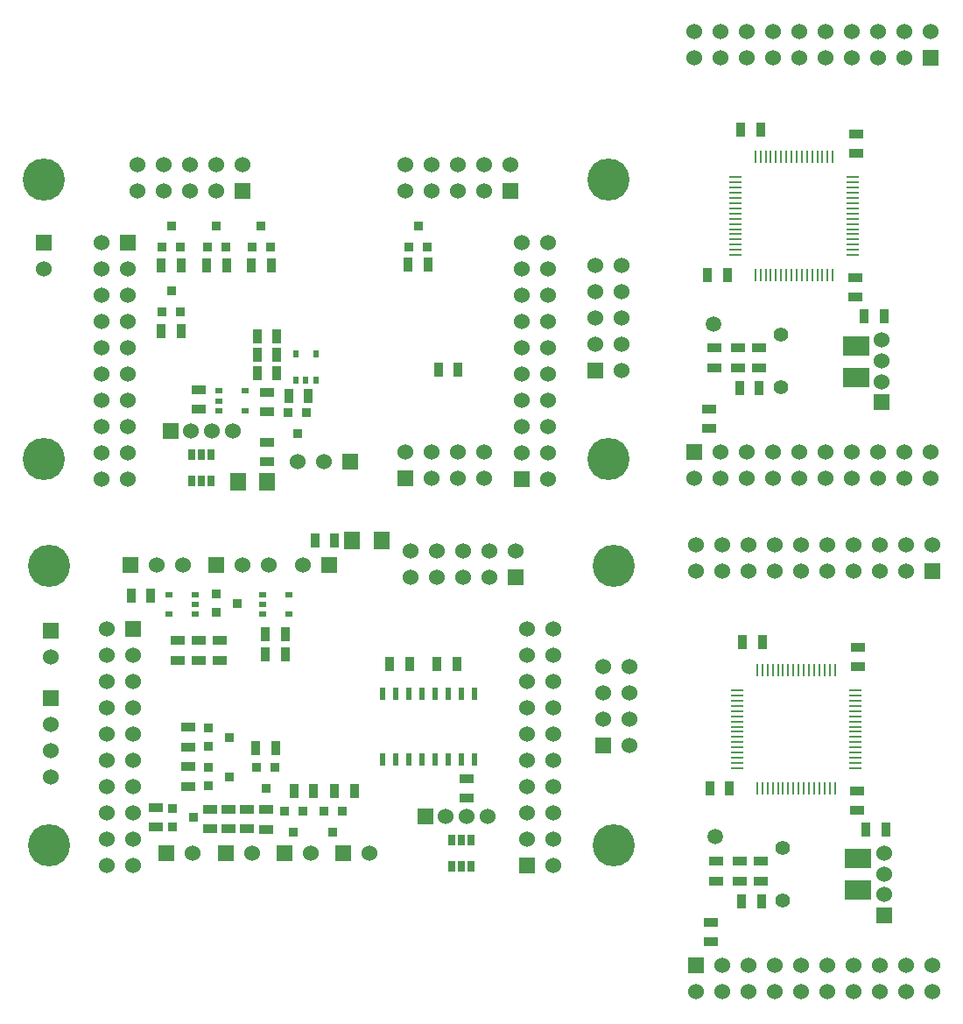
<source format=gts>
G04 (created by PCBNEW (2013-may-18)-stable) date Сб 30 апр 2016 21:14:56*
%MOIN*%
G04 Gerber Fmt 3.4, Leading zero omitted, Abs format*
%FSLAX34Y34*%
G01*
G70*
G90*
G04 APERTURE LIST*
%ADD10C,0.00590551*%
%ADD11R,0.055X0.035*%
%ADD12R,0.035X0.055*%
%ADD13R,0.06X0.06*%
%ADD14C,0.06*%
%ADD15C,0.056*%
%ADD16C,0.0590551*%
%ADD17R,0.01X0.0472*%
%ADD18R,0.0472X0.01*%
%ADD19R,0.0984X0.0768*%
%ADD20R,0.036X0.036*%
%ADD21R,0.0276X0.0394*%
%ADD22R,0.02X0.03*%
%ADD23R,0.03X0.02*%
%ADD24C,0.16*%
%ADD25R,0.0629X0.0709*%
%ADD26R,0.02X0.045*%
G04 APERTURE END LIST*
G54D10*
G54D11*
X82358Y-72468D03*
X82358Y-71718D03*
X81452Y-72468D03*
X81452Y-71718D03*
G54D12*
X82416Y-73234D03*
X83166Y-73234D03*
G54D11*
X83145Y-72468D03*
X83145Y-71718D03*
G54D12*
X81945Y-68943D03*
X81195Y-68943D03*
G54D11*
X86846Y-64318D03*
X86846Y-63568D03*
X86806Y-69790D03*
X86806Y-69040D03*
G54D12*
X82455Y-63392D03*
X83205Y-63392D03*
G54D13*
X87830Y-73786D03*
G54D14*
X87830Y-72998D03*
X87830Y-72211D03*
X87830Y-71423D03*
G54D15*
X83972Y-73211D03*
X83972Y-71211D03*
G54D13*
X80692Y-75687D03*
G54D14*
X80692Y-76687D03*
X81692Y-75687D03*
X81692Y-76687D03*
X82692Y-75687D03*
X82692Y-76687D03*
X83692Y-75687D03*
X83692Y-76687D03*
X84692Y-75687D03*
X84692Y-76687D03*
X85692Y-75687D03*
X85692Y-76687D03*
X86692Y-75687D03*
X86692Y-76687D03*
X87692Y-75687D03*
X87692Y-76687D03*
X88692Y-75687D03*
X88692Y-76687D03*
X89692Y-75687D03*
X89692Y-76687D03*
G54D13*
X89692Y-60687D03*
G54D14*
X89692Y-59687D03*
X88692Y-60687D03*
X88692Y-59687D03*
X87692Y-60687D03*
X87692Y-59687D03*
X86692Y-60687D03*
X86692Y-59687D03*
X85692Y-60687D03*
X85692Y-59687D03*
X84692Y-60687D03*
X84692Y-59687D03*
X83692Y-60687D03*
X83692Y-59687D03*
X82692Y-60687D03*
X82692Y-59687D03*
X81692Y-60687D03*
X81692Y-59687D03*
X80692Y-60687D03*
X80692Y-59687D03*
G54D11*
X81255Y-74790D03*
X81255Y-74040D03*
G54D16*
X81425Y-70793D03*
G54D17*
X83008Y-68943D03*
X83205Y-68943D03*
X83402Y-68943D03*
X83599Y-68943D03*
X83796Y-68943D03*
X83992Y-68943D03*
X84189Y-68943D03*
X84386Y-68943D03*
X84582Y-68943D03*
X84779Y-68943D03*
X84976Y-68943D03*
X85172Y-68943D03*
X85369Y-68943D03*
X85566Y-68943D03*
X85763Y-68943D03*
X85960Y-68943D03*
G54D18*
X86728Y-68175D03*
X86728Y-67978D03*
X86728Y-67781D03*
X86728Y-67584D03*
X86728Y-67387D03*
X86728Y-67191D03*
X86728Y-66994D03*
X86728Y-66797D03*
X86728Y-66601D03*
X86728Y-66404D03*
X86728Y-66207D03*
X86728Y-66011D03*
X86728Y-65814D03*
X86728Y-65617D03*
X86728Y-65420D03*
X86728Y-65223D03*
G54D17*
X85960Y-64455D03*
X85763Y-64455D03*
X85566Y-64455D03*
X85369Y-64455D03*
X85172Y-64455D03*
X84976Y-64455D03*
X84779Y-64455D03*
X84582Y-64455D03*
X84386Y-64455D03*
X84189Y-64455D03*
X83992Y-64455D03*
X83796Y-64455D03*
X83599Y-64455D03*
X83402Y-64455D03*
X83205Y-64455D03*
X83008Y-64455D03*
G54D18*
X82240Y-65223D03*
X82240Y-65420D03*
X82240Y-65617D03*
X82240Y-65814D03*
X82240Y-66011D03*
X82240Y-66207D03*
X82240Y-66404D03*
X82240Y-66601D03*
X82240Y-66797D03*
X82240Y-66994D03*
X82240Y-67191D03*
X82240Y-67387D03*
X82240Y-67584D03*
X82240Y-67781D03*
X82240Y-67978D03*
X82240Y-68175D03*
G54D12*
X87155Y-70505D03*
X87905Y-70505D03*
G54D19*
X86835Y-71630D03*
X86835Y-72830D03*
G54D11*
X82283Y-52943D03*
X82283Y-52193D03*
X81377Y-52943D03*
X81377Y-52193D03*
G54D12*
X82341Y-53709D03*
X83091Y-53709D03*
G54D11*
X83070Y-52943D03*
X83070Y-52193D03*
G54D12*
X81870Y-49418D03*
X81120Y-49418D03*
G54D11*
X86771Y-44793D03*
X86771Y-44043D03*
X86731Y-50265D03*
X86731Y-49515D03*
G54D12*
X82380Y-43867D03*
X83130Y-43867D03*
G54D13*
X87755Y-54261D03*
G54D14*
X87755Y-53473D03*
X87755Y-52686D03*
X87755Y-51898D03*
G54D15*
X83897Y-53686D03*
X83897Y-51686D03*
G54D13*
X80617Y-56162D03*
G54D14*
X80617Y-57162D03*
X81617Y-56162D03*
X81617Y-57162D03*
X82617Y-56162D03*
X82617Y-57162D03*
X83617Y-56162D03*
X83617Y-57162D03*
X84617Y-56162D03*
X84617Y-57162D03*
X85617Y-56162D03*
X85617Y-57162D03*
X86617Y-56162D03*
X86617Y-57162D03*
X87617Y-56162D03*
X87617Y-57162D03*
X88617Y-56162D03*
X88617Y-57162D03*
X89617Y-56162D03*
X89617Y-57162D03*
G54D13*
X89617Y-41162D03*
G54D14*
X89617Y-40162D03*
X88617Y-41162D03*
X88617Y-40162D03*
X87617Y-41162D03*
X87617Y-40162D03*
X86617Y-41162D03*
X86617Y-40162D03*
X85617Y-41162D03*
X85617Y-40162D03*
X84617Y-41162D03*
X84617Y-40162D03*
X83617Y-41162D03*
X83617Y-40162D03*
X82617Y-41162D03*
X82617Y-40162D03*
X81617Y-41162D03*
X81617Y-40162D03*
X80617Y-41162D03*
X80617Y-40162D03*
G54D11*
X81180Y-55265D03*
X81180Y-54515D03*
G54D16*
X81350Y-51268D03*
G54D17*
X82933Y-49418D03*
X83130Y-49418D03*
X83327Y-49418D03*
X83524Y-49418D03*
X83721Y-49418D03*
X83917Y-49418D03*
X84114Y-49418D03*
X84311Y-49418D03*
X84507Y-49418D03*
X84704Y-49418D03*
X84901Y-49418D03*
X85097Y-49418D03*
X85294Y-49418D03*
X85491Y-49418D03*
X85688Y-49418D03*
X85885Y-49418D03*
G54D18*
X86653Y-48650D03*
X86653Y-48453D03*
X86653Y-48256D03*
X86653Y-48059D03*
X86653Y-47862D03*
X86653Y-47666D03*
X86653Y-47469D03*
X86653Y-47272D03*
X86653Y-47076D03*
X86653Y-46879D03*
X86653Y-46682D03*
X86653Y-46486D03*
X86653Y-46289D03*
X86653Y-46092D03*
X86653Y-45895D03*
X86653Y-45698D03*
G54D17*
X85885Y-44930D03*
X85688Y-44930D03*
X85491Y-44930D03*
X85294Y-44930D03*
X85097Y-44930D03*
X84901Y-44930D03*
X84704Y-44930D03*
X84507Y-44930D03*
X84311Y-44930D03*
X84114Y-44930D03*
X83917Y-44930D03*
X83721Y-44930D03*
X83524Y-44930D03*
X83327Y-44930D03*
X83130Y-44930D03*
X82933Y-44930D03*
G54D18*
X82165Y-45698D03*
X82165Y-45895D03*
X82165Y-46092D03*
X82165Y-46289D03*
X82165Y-46486D03*
X82165Y-46682D03*
X82165Y-46879D03*
X82165Y-47076D03*
X82165Y-47272D03*
X82165Y-47469D03*
X82165Y-47666D03*
X82165Y-47862D03*
X82165Y-48059D03*
X82165Y-48256D03*
X82165Y-48453D03*
X82165Y-48650D03*
G54D12*
X87080Y-50980D03*
X87830Y-50980D03*
G54D19*
X86760Y-52105D03*
X86760Y-53305D03*
G54D13*
X74037Y-57167D03*
G54D14*
X75037Y-57167D03*
X74037Y-56167D03*
X75037Y-56167D03*
X74037Y-55167D03*
X75037Y-55167D03*
X74037Y-54167D03*
X75037Y-54167D03*
X74037Y-53167D03*
X75037Y-53167D03*
X74037Y-52167D03*
X75037Y-52167D03*
X74037Y-51167D03*
X75037Y-51167D03*
X74037Y-50167D03*
X75037Y-50167D03*
X74037Y-49167D03*
X75037Y-49167D03*
X74037Y-48167D03*
X75037Y-48167D03*
G54D13*
X59037Y-48167D03*
G54D14*
X58037Y-48167D03*
X59037Y-49167D03*
X58037Y-49167D03*
X59037Y-50167D03*
X58037Y-50167D03*
X59037Y-51167D03*
X58037Y-51167D03*
X59037Y-52167D03*
X58037Y-52167D03*
X59037Y-53167D03*
X58037Y-53167D03*
X59037Y-54167D03*
X58037Y-54167D03*
X59037Y-55167D03*
X58037Y-55167D03*
X59037Y-56167D03*
X58037Y-56167D03*
X59037Y-57167D03*
X58037Y-57167D03*
G54D20*
X61050Y-50800D03*
X60350Y-50800D03*
X60700Y-50000D03*
X70450Y-48350D03*
X69750Y-48350D03*
X70100Y-47550D03*
X64475Y-48350D03*
X63775Y-48350D03*
X64125Y-47550D03*
X61050Y-48350D03*
X60350Y-48350D03*
X60700Y-47550D03*
X65150Y-54650D03*
X65850Y-54650D03*
X65500Y-55450D03*
X62775Y-48350D03*
X62075Y-48350D03*
X62425Y-47550D03*
G54D21*
X61475Y-56250D03*
X61850Y-56250D03*
X62225Y-56250D03*
X62225Y-57250D03*
X61850Y-57250D03*
X61475Y-57250D03*
G54D22*
X65450Y-53425D03*
X66200Y-53425D03*
X65450Y-52425D03*
X65825Y-53425D03*
X66200Y-52425D03*
G54D23*
X62500Y-53825D03*
X62500Y-54575D03*
X63500Y-53825D03*
X62500Y-54200D03*
X63500Y-54575D03*
G54D12*
X64725Y-53150D03*
X63975Y-53150D03*
X63750Y-49050D03*
X64500Y-49050D03*
X71625Y-53000D03*
X70875Y-53000D03*
G54D11*
X64350Y-54625D03*
X64350Y-53875D03*
X61750Y-54525D03*
X61750Y-53775D03*
X64350Y-56525D03*
X64350Y-55775D03*
G54D12*
X60325Y-49050D03*
X61075Y-49050D03*
X64725Y-51750D03*
X63975Y-51750D03*
X64725Y-52450D03*
X63975Y-52450D03*
X62050Y-49050D03*
X62800Y-49050D03*
X65175Y-54000D03*
X65925Y-54000D03*
X60325Y-51550D03*
X61075Y-51550D03*
G54D13*
X69600Y-57150D03*
G54D14*
X69600Y-56150D03*
X70600Y-57150D03*
X70600Y-56150D03*
X71600Y-57150D03*
X71600Y-56150D03*
X72600Y-57150D03*
X72600Y-56150D03*
G54D13*
X67500Y-56500D03*
G54D14*
X66500Y-56500D03*
X65500Y-56500D03*
G54D13*
X55850Y-48175D03*
G54D14*
X55850Y-49175D03*
G54D13*
X60668Y-55350D03*
G54D14*
X61456Y-55350D03*
X62243Y-55350D03*
X63031Y-55350D03*
G54D13*
X63400Y-46200D03*
G54D14*
X63400Y-45200D03*
X62400Y-46200D03*
X62400Y-45200D03*
X61400Y-46200D03*
X61400Y-45200D03*
X60400Y-46200D03*
X60400Y-45200D03*
X59400Y-46200D03*
X59400Y-45200D03*
G54D13*
X73600Y-46200D03*
G54D14*
X73600Y-45200D03*
X72600Y-46200D03*
X72600Y-45200D03*
X71600Y-46200D03*
X71600Y-45200D03*
X70600Y-46200D03*
X70600Y-45200D03*
X69600Y-46200D03*
X69600Y-45200D03*
G54D13*
X76850Y-53050D03*
G54D14*
X77850Y-53050D03*
X76850Y-52050D03*
X77850Y-52050D03*
X76850Y-51050D03*
X77850Y-51050D03*
X76850Y-50050D03*
X77850Y-50050D03*
X76850Y-49050D03*
X77850Y-49050D03*
G54D24*
X55850Y-56400D03*
X55850Y-45770D03*
X77350Y-45770D03*
X77350Y-56400D03*
G54D12*
X69725Y-49025D03*
X70475Y-49025D03*
G54D25*
X63231Y-57270D03*
X64349Y-57270D03*
G54D20*
X65000Y-69800D03*
X65700Y-69800D03*
X65350Y-70600D03*
X60750Y-70400D03*
X60750Y-69700D03*
X61550Y-70050D03*
X66500Y-69800D03*
X67200Y-69800D03*
X66850Y-70600D03*
X62100Y-67350D03*
X62100Y-66650D03*
X62900Y-67000D03*
X62100Y-68850D03*
X62100Y-68150D03*
X62900Y-68500D03*
X62425Y-62250D03*
X62425Y-61550D03*
X63225Y-61900D03*
G54D26*
X68745Y-65340D03*
X69745Y-65340D03*
X70245Y-65340D03*
X70745Y-65340D03*
X71245Y-65340D03*
X71745Y-65340D03*
X72245Y-65340D03*
X72245Y-67840D03*
X71745Y-67840D03*
X71245Y-67840D03*
X70745Y-67840D03*
X70245Y-67840D03*
X69745Y-67840D03*
X69245Y-67840D03*
X68745Y-67840D03*
X69245Y-65340D03*
G54D11*
X62162Y-69748D03*
X62162Y-70498D03*
X63579Y-69748D03*
X63579Y-70498D03*
X62871Y-69748D03*
X62871Y-70498D03*
G54D12*
X70825Y-64200D03*
X71575Y-64200D03*
G54D11*
X62550Y-63325D03*
X62550Y-64075D03*
X61750Y-64075D03*
X61750Y-63325D03*
G54D13*
X56100Y-65500D03*
G54D14*
X56100Y-66500D03*
X56100Y-67500D03*
X56100Y-68500D03*
G54D13*
X59150Y-60450D03*
G54D14*
X60150Y-60450D03*
X61150Y-60450D03*
G54D13*
X60520Y-71422D03*
G54D14*
X61520Y-71422D03*
G54D13*
X66700Y-60450D03*
G54D14*
X65700Y-60450D03*
G54D13*
X65009Y-71422D03*
G54D14*
X66009Y-71422D03*
G54D13*
X67253Y-71422D03*
G54D14*
X68253Y-71422D03*
G54D13*
X59237Y-62867D03*
G54D14*
X58237Y-62867D03*
X59237Y-63867D03*
X58237Y-63867D03*
X59237Y-64867D03*
X58237Y-64867D03*
X59237Y-65867D03*
X58237Y-65867D03*
X59237Y-66867D03*
X58237Y-66867D03*
X59237Y-67867D03*
X58237Y-67867D03*
X59237Y-68867D03*
X58237Y-68867D03*
X59237Y-69867D03*
X58237Y-69867D03*
X59237Y-70867D03*
X58237Y-70867D03*
X59237Y-71867D03*
X58237Y-71867D03*
G54D13*
X74237Y-71867D03*
G54D14*
X75237Y-71867D03*
X74237Y-70867D03*
X75237Y-70867D03*
X74237Y-69867D03*
X75237Y-69867D03*
X74237Y-68867D03*
X75237Y-68867D03*
X74237Y-67867D03*
X75237Y-67867D03*
X74237Y-66867D03*
X75237Y-66867D03*
X74237Y-65867D03*
X75237Y-65867D03*
X74237Y-64867D03*
X75237Y-64867D03*
X74237Y-63867D03*
X75237Y-63867D03*
X74237Y-62867D03*
X75237Y-62867D03*
G54D23*
X61625Y-62325D03*
X61625Y-61575D03*
X60625Y-62325D03*
X61625Y-61950D03*
X60625Y-61575D03*
G54D20*
X63950Y-68150D03*
X64650Y-68150D03*
X64300Y-68950D03*
G54D21*
X71375Y-70900D03*
X71750Y-70900D03*
X72125Y-70900D03*
X72125Y-71900D03*
X71750Y-71900D03*
X71375Y-71900D03*
G54D23*
X64175Y-61575D03*
X64175Y-62325D03*
X65175Y-61575D03*
X64175Y-61950D03*
X65175Y-62325D03*
G54D12*
X69775Y-64200D03*
X69025Y-64200D03*
G54D11*
X60950Y-64075D03*
X60950Y-63325D03*
X71950Y-69325D03*
X71950Y-68575D03*
G54D12*
X64285Y-63080D03*
X65035Y-63080D03*
X66925Y-59500D03*
X66175Y-59500D03*
X65035Y-63860D03*
X64285Y-63860D03*
G54D11*
X61350Y-68125D03*
X61350Y-68875D03*
G54D12*
X64675Y-67400D03*
X63925Y-67400D03*
G54D11*
X60100Y-69675D03*
X60100Y-70425D03*
X61350Y-66625D03*
X61350Y-67375D03*
X64300Y-69750D03*
X64300Y-70500D03*
G54D12*
X59925Y-61600D03*
X59175Y-61600D03*
G54D13*
X62425Y-60450D03*
G54D14*
X63425Y-60450D03*
X64425Y-60450D03*
G54D13*
X62770Y-71422D03*
G54D14*
X63770Y-71422D03*
G54D13*
X70368Y-70000D03*
G54D14*
X71156Y-70000D03*
X71943Y-70000D03*
X72731Y-70000D03*
G54D13*
X77150Y-67300D03*
G54D14*
X78150Y-67300D03*
X77150Y-66300D03*
X78150Y-66300D03*
X77150Y-65300D03*
X78150Y-65300D03*
X77150Y-64300D03*
X78150Y-64300D03*
G54D24*
X77550Y-60470D03*
X77550Y-71100D03*
G54D12*
X67675Y-69050D03*
X66925Y-69050D03*
X66125Y-69050D03*
X65375Y-69050D03*
G54D24*
X56050Y-71100D03*
X56050Y-60470D03*
G54D13*
X56100Y-62950D03*
G54D14*
X56100Y-63950D03*
G54D13*
X73800Y-60900D03*
G54D14*
X73800Y-59900D03*
X72800Y-60900D03*
X72800Y-59900D03*
X71800Y-60900D03*
X71800Y-59900D03*
X70800Y-60900D03*
X70800Y-59900D03*
X69800Y-60900D03*
X69800Y-59900D03*
G54D25*
X68709Y-59500D03*
X67591Y-59500D03*
M02*

</source>
